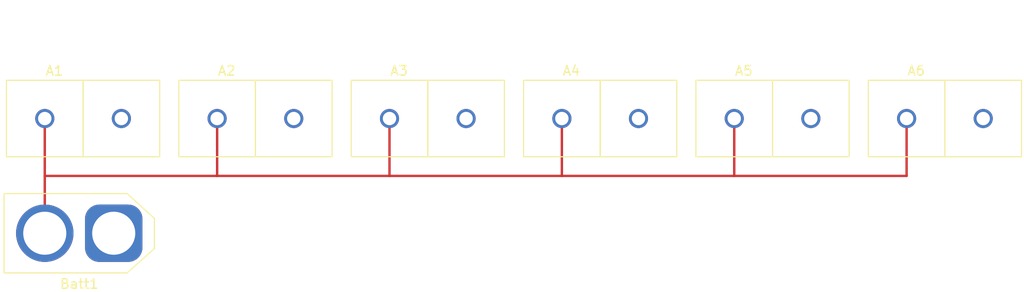
<source format=kicad_pcb>
(kicad_pcb (version 20211014) (generator pcbnew)
  (layers (0 "F.Cu" signal) (31 "B.Cu" signal) (34 "B.Paste" user) (35 "F.Paste" user) (36 "B.SilkS" user "B.Silkscreen") (37 "F.SilkS" user "F.Silkscreen") (38 "B.Mask" user) (39 "F.Mask" user) (44 "Edge.Cuts" user))
  (net 0 "")
  (net 1 "GND")
  (net 2 "/12v")
  (footprint "PiE_Footprints:anderson_horizontal" (layer "F.Cu") (at 41 15)
    (fp_text reference "A2" (at -3 -1 unlocked) (layer "F.SilkS"))
    (fp_text value "Anderson_Horizontal" hide)
    (fp_rect (start 0 0) (end 8 8) (layer "F.SilkS") (width 0.12) (fill none))
    (fp_rect (start 0 0) (end -8 8) (layer "F.SilkS") (width 0.12) (fill none))
    (pad "1" thru_hole circle (at 4 4) (size 2 2) (drill 1.4) (layers *.Cu *.Mask) (net 1 "GND"))
    (pad "2" thru_hole circle (at -4 4) (size 2 2) (drill 1.4) (layers *.Cu *.Mask) (net 2 "/12v"))
  )
  (footprint "PiE_Footprints:anderson_horizontal" (layer "F.Cu") (at 113 15)
    (fp_text reference "A6" (at -3 -1 unlocked) (layer "F.SilkS"))
    (fp_text value "Anderson_Horizontal" hide)
    (fp_rect (start 0 0) (end 8 8) (layer "F.SilkS") (width 0.12) (fill none))
    (fp_rect (start 0 0) (end -8 8) (layer "F.SilkS") (width 0.12) (fill none))
    (pad "1" thru_hole circle (at 4 4) (size 2 2) (drill 1.4) (layers *.Cu *.Mask) (net 1 "GND"))
    (pad "2" thru_hole circle (at -4 4) (size 2 2) (drill 1.4) (layers *.Cu *.Mask) (net 2 "/12v"))
  )
  (footprint "PiE_Footprints:anderson_horizontal" (layer "F.Cu") (at 23 15)
    (fp_text reference "A1" (at -3 -1 unlocked) (layer "F.SilkS"))
    (fp_text value "Anderson_Horizontal" hide)
    (fp_rect (start 0 0) (end 8 8) (layer "F.SilkS") (width 0.12) (fill none))
    (fp_rect (start 0 0) (end -8 8) (layer "F.SilkS") (width 0.12) (fill none))
    (pad "1" thru_hole circle (at 4 4) (size 2 2) (drill 1.4) (layers *.Cu *.Mask) (net 1 "GND"))
    (pad "2" thru_hole circle (at -4 4) (size 2 2) (drill 1.4) (layers *.Cu *.Mask) (net 2 "/12v"))
  )
  (footprint "PiE_Footprints:anderson_horizontal" (layer "F.Cu") (at 77 15)
    (fp_text reference "A4" (at -3 -1 unlocked) (layer "F.SilkS"))
    (fp_text value "Anderson_Horizontal" hide)
    (fp_rect (start 0 0) (end 8 8) (layer "F.SilkS") (width 0.12) (fill none))
    (fp_rect (start 0 0) (end -8 8) (layer "F.SilkS") (width 0.12) (fill none))
    (pad "1" thru_hole circle (at 4 4) (size 2 2) (drill 1.4) (layers *.Cu *.Mask) (net 1 "GND"))
    (pad "2" thru_hole circle (at -4 4) (size 2 2) (drill 1.4) (layers *.Cu *.Mask) (net 2 "/12v"))
  )
  (footprint "PiE_Footprints:anderson_horizontal" (layer "F.Cu") (at 59 15)
    (fp_text reference "A3" (at -3 -1 unlocked) (layer "F.SilkS"))
    (fp_text value "Anderson_Horizontal" hide)
    (fp_rect (start 0 0) (end -8 8) (layer "F.SilkS") (width 0.12) (fill none))
    (fp_rect (start 0 0) (end 8 8) (layer "F.SilkS") (width 0.12) (fill none))
    (pad "1" thru_hole circle (at 4 4) (size 2 2) (drill 1.4) (layers *.Cu *.Mask) (net 1 "GND"))
    (pad "2" thru_hole circle (at -4 4) (size 2 2) (drill 1.4) (layers *.Cu *.Mask) (net 2 "/12v"))
  )
  (footprint "PiE_Footprints:anderson_horizontal" (layer "F.Cu") (at 95 15)
    (fp_text reference "A5" (at -3 -1 unlocked) (layer "F.SilkS"))
    (fp_text value "Anderson_Horizontal")
    (fp_rect (start 0 0) (end -8 8) (layer "F.SilkS") (width 0.12) (fill none))
    (fp_rect (start 0 0) (end 8 8) (layer "F.SilkS") (width 0.12) (fill none))
    (pad "1" thru_hole circle (at 4 4) (size 2 2) (drill 1.4) (layers *.Cu *.Mask) (net 1 "GND"))
    (pad "2" thru_hole circle (at -4 4) (size 2 2) (drill 1.4) (layers *.Cu *.Mask) (net 2 "/12v"))
  )
  (footprint "PiE_Footprints:XT60_F" (layer "F.Cu") (at 26.2 31 180)
    (fp_text reference "Batt1" (at 3.6 -5.3) (layer "F.SilkS"))
    (fp_text value "XT60_F")
    (fp_line (start -1.4 -4.15) (end -4.25 -1.6) (layer "F.SilkS") (width 0.12))
    (fp_line (start 11.45 4.15) (end 11.45 -4.15) (layer "F.SilkS") (width 0.12))
    (fp_line (start 11.45 -4.15) (end -1.4 -4.15) (layer "F.SilkS") (width 0.12))
    (fp_line (start -4.25 -1.6) (end -4.25 1.55) (layer "F.SilkS") (width 0.12))
    (fp_line (start -4.25 1.55) (end -1.4 4.15) (layer "F.SilkS") (width 0.12))
    (fp_line (start -1.4 4.15) (end 11.45 4.15) (layer "F.SilkS") (width 0.12))
    (pad "1" thru_hole roundrect (at 0 0 180) (size 6 6) (drill 4.5) (layers *.Cu *.Mask) (net 1 "GND"))
    (pad "2" thru_hole circle (at 7.2 0 180) (size 6 6) (drill 4.5) (layers *.Cu *.Mask) (net 2 "/12v"))
  )
  (segment (start 37 25) (end 37 19) (width 0.25) (layer "F.Cu") (net 2))
  (segment (start 91 25) (end 91 19) (width 0.25) (layer "F.Cu") (net 2))
  (segment (start 19 25) (end 37 25) (width 0.25) (layer "F.Cu") (net 2))
  (segment (start 91 25) (end 109 25) (width 0.25) (layer "F.Cu") (net 2))
  (segment (start 55 25) (end 55 19) (width 0.25) (layer "F.Cu") (net 2))
  (segment (start 73 25) (end 73 19) (width 0.25) (layer "F.Cu") (net 2))
  (segment (start 109 25) (end 109 19) (width 0.25) (layer "F.Cu") (net 2))
  (segment (start 37 25) (end 55 25) (width 0.25) (layer "F.Cu") (net 2))
  (segment (start 19 25) (end 19 19) (width 0.25) (layer "F.Cu") (net 2))
  (segment (start 73 25) (end 91 25) (width 0.25) (layer "F.Cu") (net 2))
  (segment (start 55 25) (end 73 25) (width 0.25) (layer "F.Cu") (net 2))
  (segment (start 19 31) (end 19 25) (width 0.25) (layer "F.Cu") (net 2))
)
</source>
